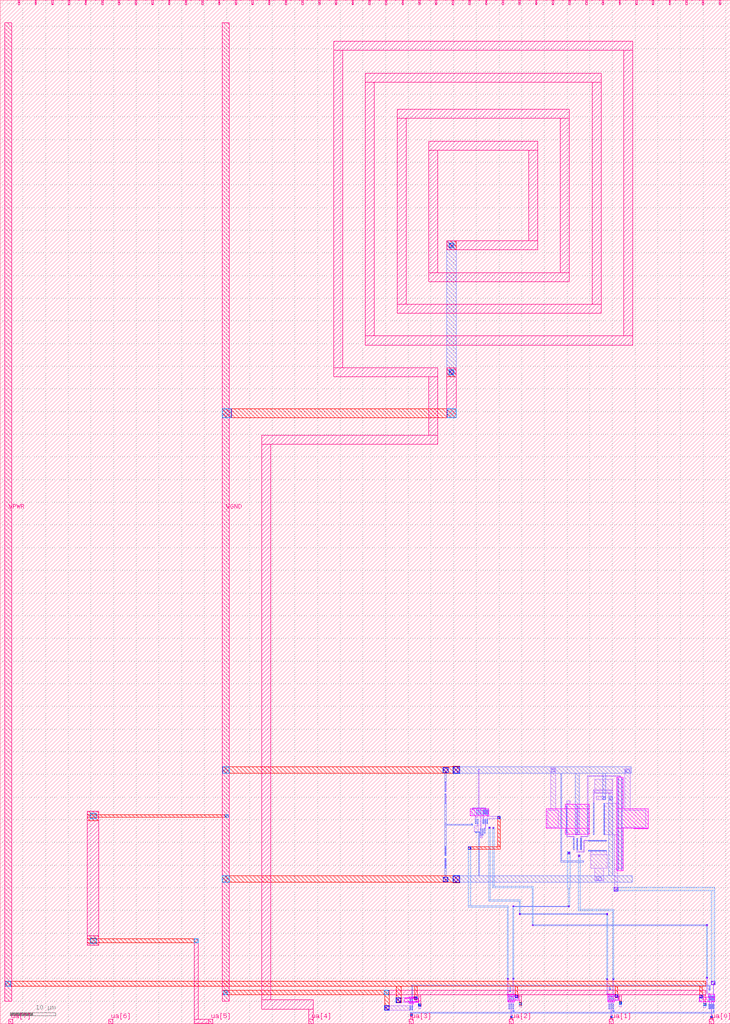
<source format=lef>
VERSION 5.7 ;
  NOWIREEXTENSIONATPIN ON ;
  DIVIDERCHAR "/" ;
  BUSBITCHARS "[]" ;
MACRO tt_um_analog_rf_readout_circuit
  CLASS BLOCK ;
  FOREIGN tt_um_analog_rf_readout_circuit ;
  ORIGIN 0.000 0.000 ;
  SIZE 161.000 BY 225.760 ;
  PIN clk
    DIRECTION INPUT ;
    USE SIGNAL ;
    PORT
      LAYER met4 ;
        RECT 154.870 224.760 155.170 225.760 ;
    END
  END clk
  PIN ena
    DIRECTION INPUT ;
    USE SIGNAL ;
    PORT
      LAYER met4 ;
        RECT 158.550 224.760 158.850 225.760 ;
    END
  END ena
  PIN rst_n
    DIRECTION INPUT ;
    USE SIGNAL ;
    PORT
      LAYER met4 ;
        RECT 151.190 224.760 151.490 225.760 ;
    END
  END rst_n
  PIN ua[0]
    DIRECTION INOUT ;
    USE SIGNAL ;
    ANTENNADIFFAREA 0.580000 ;
    PORT
      LAYER met4 ;
        RECT 156.410 0.000 157.310 1.000 ;
    END
  END ua[0]
  PIN ua[1]
    DIRECTION INOUT ;
    USE SIGNAL ;
    ANTENNADIFFAREA 0.580000 ;
    PORT
      LAYER met4 ;
        RECT 134.330 0.000 135.230 1.000 ;
    END
  END ua[1]
  PIN ua[2]
    DIRECTION INOUT ;
    USE SIGNAL ;
    ANTENNADIFFAREA 0.580000 ;
    PORT
      LAYER met4 ;
        RECT 112.250 0.000 113.150 1.000 ;
    END
  END ua[2]
  PIN ua[3]
    DIRECTION INOUT ;
    USE SIGNAL ;
    ANTENNAGATEAREA 1.200000 ;
    PORT
      LAYER met4 ;
        RECT 90.170 0.000 91.070 1.000 ;
    END
  END ua[3]
  PIN ua[4]
    DIRECTION INOUT ;
    USE SIGNAL ;
    ANTENNAGATEAREA 22.000000 ;
    ANTENNADIFFAREA 56.617199 ;
    PORT
      LAYER met4 ;
        RECT 68.090 0.000 68.990 1.000 ;
    END
  END ua[4]
  PIN ua[5]
    DIRECTION INOUT ;
    USE SIGNAL ;
    ANTENNAGATEAREA 22.000000 ;
    ANTENNADIFFAREA 56.617199 ;
    PORT
      LAYER met4 ;
        RECT 46.010 0.000 46.910 1.000 ;
    END
  END ua[5]
  PIN ua[6]
    DIRECTION INOUT ;
    USE SIGNAL ;
    PORT
      LAYER met4 ;
        RECT 23.930 0.000 24.830 1.000 ;
    END
  END ua[6]
  PIN ua[7]
    DIRECTION INOUT ;
    USE SIGNAL ;
    PORT
      LAYER met4 ;
        RECT 1.850 0.000 2.750 1.000 ;
    END
  END ua[7]
  PIN ui_in[0]
    DIRECTION INPUT ;
    USE SIGNAL ;
    PORT
      LAYER met4 ;
        RECT 147.510 224.760 147.810 225.760 ;
    END
  END ui_in[0]
  PIN ui_in[1]
    DIRECTION INPUT ;
    USE SIGNAL ;
    PORT
      LAYER met4 ;
        RECT 143.830 224.760 144.130 225.760 ;
    END
  END ui_in[1]
  PIN ui_in[2]
    DIRECTION INPUT ;
    USE SIGNAL ;
    PORT
      LAYER met4 ;
        RECT 140.150 224.760 140.450 225.760 ;
    END
  END ui_in[2]
  PIN ui_in[3]
    DIRECTION INPUT ;
    USE SIGNAL ;
    PORT
      LAYER met4 ;
        RECT 136.470 224.760 136.770 225.760 ;
    END
  END ui_in[3]
  PIN ui_in[4]
    DIRECTION INPUT ;
    USE SIGNAL ;
    PORT
      LAYER met4 ;
        RECT 132.790 224.760 133.090 225.760 ;
    END
  END ui_in[4]
  PIN ui_in[5]
    DIRECTION INPUT ;
    USE SIGNAL ;
    PORT
      LAYER met4 ;
        RECT 129.110 224.760 129.410 225.760 ;
    END
  END ui_in[5]
  PIN ui_in[6]
    DIRECTION INPUT ;
    USE SIGNAL ;
    PORT
      LAYER met4 ;
        RECT 125.430 224.760 125.730 225.760 ;
    END
  END ui_in[6]
  PIN ui_in[7]
    DIRECTION INPUT ;
    USE SIGNAL ;
    PORT
      LAYER met4 ;
        RECT 121.750 224.760 122.050 225.760 ;
    END
  END ui_in[7]
  PIN uio_in[0]
    DIRECTION INPUT ;
    USE SIGNAL ;
    PORT
      LAYER met4 ;
        RECT 118.070 224.760 118.370 225.760 ;
    END
  END uio_in[0]
  PIN uio_in[1]
    DIRECTION INPUT ;
    USE SIGNAL ;
    PORT
      LAYER met4 ;
        RECT 114.390 224.760 114.690 225.760 ;
    END
  END uio_in[1]
  PIN uio_in[2]
    DIRECTION INPUT ;
    USE SIGNAL ;
    PORT
      LAYER met4 ;
        RECT 110.710 224.760 111.010 225.760 ;
    END
  END uio_in[2]
  PIN uio_in[3]
    DIRECTION INPUT ;
    USE SIGNAL ;
    PORT
      LAYER met4 ;
        RECT 107.030 224.760 107.330 225.760 ;
    END
  END uio_in[3]
  PIN uio_in[4]
    DIRECTION INPUT ;
    USE SIGNAL ;
    PORT
      LAYER met4 ;
        RECT 103.350 224.760 103.650 225.760 ;
    END
  END uio_in[4]
  PIN uio_in[5]
    DIRECTION INPUT ;
    USE SIGNAL ;
    PORT
      LAYER met4 ;
        RECT 99.670 224.760 99.970 225.760 ;
    END
  END uio_in[5]
  PIN uio_in[6]
    DIRECTION INPUT ;
    USE SIGNAL ;
    PORT
      LAYER met4 ;
        RECT 95.990 224.760 96.290 225.760 ;
    END
  END uio_in[6]
  PIN uio_in[7]
    DIRECTION INPUT ;
    USE SIGNAL ;
    PORT
      LAYER met4 ;
        RECT 92.310 224.760 92.610 225.760 ;
    END
  END uio_in[7]
  PIN uio_oe[0]
    DIRECTION OUTPUT TRISTATE ;
    USE SIGNAL ;
    PORT
      LAYER met4 ;
        RECT 29.750 224.760 30.050 225.760 ;
    END
  END uio_oe[0]
  PIN uio_oe[1]
    DIRECTION OUTPUT TRISTATE ;
    USE SIGNAL ;
    PORT
      LAYER met4 ;
        RECT 26.070 224.760 26.370 225.760 ;
    END
  END uio_oe[1]
  PIN uio_oe[2]
    DIRECTION OUTPUT TRISTATE ;
    USE SIGNAL ;
    PORT
      LAYER met4 ;
        RECT 22.390 224.760 22.690 225.760 ;
    END
  END uio_oe[2]
  PIN uio_oe[3]
    DIRECTION OUTPUT TRISTATE ;
    USE SIGNAL ;
    PORT
      LAYER met4 ;
        RECT 18.710 224.760 19.010 225.760 ;
    END
  END uio_oe[3]
  PIN uio_oe[4]
    DIRECTION OUTPUT TRISTATE ;
    USE SIGNAL ;
    PORT
      LAYER met4 ;
        RECT 15.030 224.760 15.330 225.760 ;
    END
  END uio_oe[4]
  PIN uio_oe[5]
    DIRECTION OUTPUT TRISTATE ;
    USE SIGNAL ;
    PORT
      LAYER met4 ;
        RECT 11.350 224.760 11.650 225.760 ;
    END
  END uio_oe[5]
  PIN uio_oe[6]
    DIRECTION OUTPUT TRISTATE ;
    USE SIGNAL ;
    PORT
      LAYER met4 ;
        RECT 7.670 224.760 7.970 225.760 ;
    END
  END uio_oe[6]
  PIN uio_oe[7]
    DIRECTION OUTPUT TRISTATE ;
    USE SIGNAL ;
    PORT
      LAYER met4 ;
        RECT 3.990 224.760 4.290 225.760 ;
    END
  END uio_oe[7]
  PIN uio_out[0]
    DIRECTION OUTPUT TRISTATE ;
    USE SIGNAL ;
    PORT
      LAYER met4 ;
        RECT 59.190 224.760 59.490 225.760 ;
    END
  END uio_out[0]
  PIN uio_out[1]
    DIRECTION OUTPUT TRISTATE ;
    USE SIGNAL ;
    PORT
      LAYER met4 ;
        RECT 55.510 224.760 55.810 225.760 ;
    END
  END uio_out[1]
  PIN uio_out[2]
    DIRECTION OUTPUT TRISTATE ;
    USE SIGNAL ;
    PORT
      LAYER met4 ;
        RECT 51.830 224.760 52.130 225.760 ;
    END
  END uio_out[2]
  PIN uio_out[3]
    DIRECTION OUTPUT TRISTATE ;
    USE SIGNAL ;
    PORT
      LAYER met4 ;
        RECT 48.150 224.760 48.450 225.760 ;
    END
  END uio_out[3]
  PIN uio_out[4]
    DIRECTION OUTPUT TRISTATE ;
    USE SIGNAL ;
    PORT
      LAYER met4 ;
        RECT 44.470 224.760 44.770 225.760 ;
    END
  END uio_out[4]
  PIN uio_out[5]
    DIRECTION OUTPUT TRISTATE ;
    USE SIGNAL ;
    PORT
      LAYER met4 ;
        RECT 40.790 224.760 41.090 225.760 ;
    END
  END uio_out[5]
  PIN uio_out[6]
    DIRECTION OUTPUT TRISTATE ;
    USE SIGNAL ;
    PORT
      LAYER met4 ;
        RECT 37.110 224.760 37.410 225.760 ;
    END
  END uio_out[6]
  PIN uio_out[7]
    DIRECTION OUTPUT TRISTATE ;
    USE SIGNAL ;
    PORT
      LAYER met4 ;
        RECT 33.430 224.760 33.730 225.760 ;
    END
  END uio_out[7]
  PIN uo_out[0]
    DIRECTION OUTPUT TRISTATE ;
    USE SIGNAL ;
    PORT
      LAYER met4 ;
        RECT 88.630 224.760 88.930 225.760 ;
    END
  END uo_out[0]
  PIN uo_out[1]
    DIRECTION OUTPUT TRISTATE ;
    USE SIGNAL ;
    PORT
      LAYER met4 ;
        RECT 84.950 224.760 85.250 225.760 ;
    END
  END uo_out[1]
  PIN uo_out[2]
    DIRECTION OUTPUT TRISTATE ;
    USE SIGNAL ;
    PORT
      LAYER met4 ;
        RECT 81.270 224.760 81.570 225.760 ;
    END
  END uo_out[2]
  PIN uo_out[3]
    DIRECTION OUTPUT TRISTATE ;
    USE SIGNAL ;
    PORT
      LAYER met4 ;
        RECT 77.590 224.760 77.890 225.760 ;
    END
  END uo_out[3]
  PIN uo_out[4]
    DIRECTION OUTPUT TRISTATE ;
    USE SIGNAL ;
    PORT
      LAYER met4 ;
        RECT 73.910 224.760 74.210 225.760 ;
    END
  END uo_out[4]
  PIN uo_out[5]
    DIRECTION OUTPUT TRISTATE ;
    USE SIGNAL ;
    PORT
      LAYER met4 ;
        RECT 70.230 224.760 70.530 225.760 ;
    END
  END uo_out[5]
  PIN uo_out[6]
    DIRECTION OUTPUT TRISTATE ;
    USE SIGNAL ;
    PORT
      LAYER met4 ;
        RECT 66.550 224.760 66.850 225.760 ;
    END
  END uo_out[6]
  PIN uo_out[7]
    DIRECTION OUTPUT TRISTATE ;
    USE SIGNAL ;
    PORT
      LAYER met4 ;
        RECT 62.870 224.760 63.170 225.760 ;
    END
  END uo_out[7]
  PIN VPWR
    DIRECTION INOUT ;
    USE POWER ;
    PORT
      LAYER met4 ;
        RECT 1.000 5.000 2.500 220.760 ;
    END
  END VPWR
  PIN VGND
    DIRECTION INOUT ;
    USE GROUND ;
    PORT
      LAYER met4 ;
        RECT 49.000 5.000 50.500 220.760 ;
    END
  END VGND
  OBS
      LAYER nwell ;
        RECT 103.665 45.850 107.785 47.470 ;
        RECT 124.660 47.425 129.890 48.360 ;
        RECT 123.175 47.415 129.890 47.425 ;
        RECT 120.445 43.100 129.890 47.415 ;
        RECT 120.450 43.085 129.890 43.100 ;
        RECT 124.660 41.740 129.890 43.085 ;
        RECT 135.950 47.390 137.390 54.395 ;
        RECT 135.950 47.385 139.730 47.390 ;
        RECT 135.950 43.065 142.920 47.385 ;
        RECT 135.950 33.775 137.390 43.065 ;
        RECT 139.670 43.055 142.920 43.065 ;
        RECT 111.955 6.105 113.485 6.520 ;
        RECT 90.150 5.735 91.240 5.995 ;
        RECT 89.260 5.660 91.240 5.735 ;
        RECT 89.260 4.875 92.195 5.660 ;
        RECT 111.955 5.165 114.415 6.105 ;
        RECT 134.000 6.095 135.530 6.515 ;
        RECT 111.955 4.900 113.485 5.165 ;
        RECT 134.000 5.155 136.455 6.095 ;
        RECT 156.100 5.830 157.630 6.515 ;
        RECT 134.000 4.895 135.530 5.155 ;
        RECT 154.130 4.895 157.630 5.830 ;
        RECT 154.130 4.890 155.100 4.895 ;
        RECT 90.150 4.720 92.195 4.875 ;
        RECT 90.150 4.375 91.240 4.720 ;
      LAYER li1 ;
        RECT 121.435 56.235 122.505 56.440 ;
        RECT 98.005 51.200 98.355 53.360 ;
        RECT 98.005 48.540 98.355 50.700 ;
        RECT 105.435 47.650 105.605 56.155 ;
        RECT 104.150 47.480 107.105 47.650 ;
        RECT 104.150 47.240 104.320 47.480 ;
        RECT 103.945 46.080 104.645 47.240 ;
        RECT 105.035 45.880 105.205 47.180 ;
        RECT 105.475 46.140 105.645 47.480 ;
        RECT 105.915 46.320 106.085 47.180 ;
        RECT 104.795 45.520 105.295 45.880 ;
        RECT 104.795 44.100 104.965 45.520 ;
        RECT 105.235 44.350 105.405 45.140 ;
        RECT 103.960 43.730 104.130 44.060 ;
        RECT 105.225 43.640 105.405 44.350 ;
        RECT 104.505 42.330 105.405 43.640 ;
        RECT 105.895 43.000 106.095 46.320 ;
        RECT 106.495 45.880 106.665 47.180 ;
        RECT 106.935 46.140 107.105 47.480 ;
        RECT 106.415 45.520 106.755 45.880 ;
        RECT 107.375 45.840 107.555 47.180 ;
        RECT 121.425 47.115 122.505 56.235 ;
        RECT 129.480 54.575 136.855 54.745 ;
        RECT 124.950 49.135 125.665 49.160 ;
        RECT 124.900 48.595 125.665 49.135 ;
        RECT 107.365 45.745 107.555 45.840 ;
        RECT 109.720 45.745 110.320 45.780 ;
        RECT 106.485 44.970 106.665 45.520 ;
        RECT 107.365 45.210 110.320 45.745 ;
        RECT 106.485 44.120 106.655 44.970 ;
        RECT 106.925 43.260 107.095 45.160 ;
        RECT 107.365 45.010 107.555 45.210 ;
        RECT 109.720 45.180 110.320 45.210 ;
        RECT 107.365 44.120 107.535 45.010 ;
        RECT 106.785 43.080 107.095 43.260 ;
        RECT 107.800 43.095 107.970 43.425 ;
        RECT 120.735 43.355 123.095 47.115 ;
        RECT 108.585 43.130 108.915 43.300 ;
        RECT 104.770 42.170 105.060 42.330 ;
        RECT 105.905 42.010 106.075 43.000 ;
        RECT 105.885 41.400 106.075 42.010 ;
        RECT 106.345 41.830 106.515 43.010 ;
        RECT 106.785 41.970 106.955 43.080 ;
        RECT 106.315 41.570 106.575 41.830 ;
        RECT 105.885 41.060 106.285 41.400 ;
        RECT 124.900 41.370 125.070 48.595 ;
        RECT 127.190 42.030 127.360 48.070 ;
        RECT 129.480 41.370 129.650 54.575 ;
        RECT 136.495 54.310 136.855 54.575 ;
        RECT 134.795 53.870 135.120 53.875 ;
        RECT 131.170 51.555 135.120 53.870 ;
        RECT 130.800 51.385 135.120 51.555 ;
        RECT 130.800 41.640 130.970 51.385 ;
        RECT 131.170 50.900 135.120 51.385 ;
        RECT 131.170 50.885 135.115 50.900 ;
        RECT 131.405 49.380 133.545 50.220 ;
        RECT 134.255 49.255 135.115 50.885 ;
        RECT 133.090 48.670 133.260 48.680 ;
        RECT 136.190 48.670 136.360 54.105 ;
        RECT 133.085 41.635 136.360 48.670 ;
        RECT 124.900 41.200 126.585 41.370 ;
        RECT 98.010 37.010 98.360 39.170 ;
        RECT 126.415 38.345 126.585 41.200 ;
        RECT 127.995 41.200 129.650 41.370 ;
        RECT 127.205 38.360 127.375 40.885 ;
        RECT 127.200 37.995 127.375 38.360 ;
        RECT 127.995 38.345 128.165 41.200 ;
        RECT 128.655 40.320 133.715 40.490 ;
        RECT 128.655 40.315 129.695 40.320 ;
        RECT 128.655 37.995 128.830 40.315 ;
        RECT 129.675 38.045 133.715 38.200 ;
        RECT 129.675 38.030 133.720 38.045 ;
        RECT 125.200 37.430 125.590 37.825 ;
        RECT 127.200 37.820 128.830 37.995 ;
        RECT 130.205 37.280 133.720 38.030 ;
        RECT 130.205 37.270 133.890 37.280 ;
        RECT 127.540 37.115 127.790 37.155 ;
        RECT 127.500 36.945 127.830 37.115 ;
        RECT 127.540 36.905 127.790 36.945 ;
        RECT 98.010 34.350 98.360 36.510 ;
        RECT 128.470 35.915 128.640 35.955 ;
        RECT 128.435 35.670 128.680 35.915 ;
        RECT 128.470 35.625 128.640 35.670 ;
        RECT 130.210 34.295 133.890 37.270 ;
        RECT 130.210 34.270 133.125 34.295 ;
        RECT 131.080 31.500 133.125 34.270 ;
        RECT 135.415 34.065 136.360 41.635 ;
        RECT 136.980 47.080 137.150 54.105 ;
        RECT 137.750 47.080 138.920 56.265 ;
        RECT 139.955 47.080 142.315 47.085 ;
        RECT 136.980 43.325 142.315 47.080 ;
        RECT 136.980 34.065 137.150 43.325 ;
        RECT 135.415 30.125 136.195 34.065 ;
        RECT 135.355 29.215 136.260 30.125 ;
        RECT 111.870 6.505 112.040 10.020 ;
        RECT 112.285 7.110 112.615 7.280 ;
        RECT 111.870 6.335 112.365 6.505 ;
        RECT 90.390 5.685 90.560 5.705 ;
        RECT 87.310 4.690 90.560 5.685 ;
        RECT 90.390 4.665 90.560 4.690 ;
        RECT 90.390 4.000 90.560 4.035 ;
        RECT 84.775 3.005 90.560 4.000 ;
        RECT 90.390 2.995 90.560 3.005 ;
        RECT 90.830 2.995 91.000 5.705 ;
        RECT 91.415 4.910 91.915 5.885 ;
        RECT 92.295 3.320 92.725 4.350 ;
        RECT 112.195 3.240 112.365 6.335 ;
        RECT 90.430 1.680 90.970 2.200 ;
        RECT 112.635 1.700 112.805 6.230 ;
        RECT 113.075 3.240 113.245 10.005 ;
        RECT 133.775 6.655 133.945 9.920 ;
        RECT 134.265 7.460 134.595 7.630 ;
        RECT 133.775 6.485 134.410 6.655 ;
        RECT 113.635 5.735 114.140 6.280 ;
        RECT 113.635 5.355 114.135 5.735 ;
        RECT 114.515 3.765 114.945 4.620 ;
        RECT 134.240 3.235 134.410 6.485 ;
        RECT 113.135 2.980 113.305 3.000 ;
        RECT 113.075 2.690 113.365 2.980 ;
        RECT 113.135 2.670 113.305 2.690 ;
        RECT 112.460 1.220 112.970 1.700 ;
        RECT 134.680 1.695 134.850 6.225 ;
        RECT 135.120 3.235 135.290 9.930 ;
        RECT 155.790 6.695 155.960 10.265 ;
        RECT 156.870 8.665 157.590 9.385 ;
        RECT 156.285 7.440 156.615 7.610 ;
        RECT 155.790 6.525 156.510 6.695 ;
        RECT 135.675 5.345 136.175 6.320 ;
        RECT 154.320 5.080 154.820 6.245 ;
        RECT 136.555 3.755 136.985 4.835 ;
        RECT 155.200 3.950 155.635 4.450 ;
        RECT 155.200 3.570 155.630 3.950 ;
        RECT 156.340 3.235 156.510 6.525 ;
        RECT 135.180 2.930 135.350 2.950 ;
        RECT 135.120 2.640 135.410 2.930 ;
        RECT 135.180 2.620 135.350 2.640 ;
        RECT 156.780 1.695 156.950 6.225 ;
        RECT 157.220 3.235 157.390 8.665 ;
        RECT 157.280 2.930 157.450 2.950 ;
        RECT 157.220 2.640 157.510 2.930 ;
        RECT 157.280 2.620 157.450 2.640 ;
        RECT 134.505 1.215 135.015 1.695 ;
        RECT 156.605 1.215 157.115 1.695 ;
      LAYER mcon ;
        RECT 105.435 55.985 105.605 56.155 ;
        RECT 98.085 51.285 98.275 53.270 ;
        RECT 98.085 48.630 98.275 50.615 ;
        RECT 121.585 55.595 122.325 56.145 ;
        RECT 105.035 46.220 105.205 47.100 ;
        RECT 105.475 46.220 105.645 47.100 ;
        RECT 105.915 46.220 106.085 47.100 ;
        RECT 104.795 44.180 104.965 45.060 ;
        RECT 105.235 44.180 105.405 45.060 ;
        RECT 103.960 43.810 104.130 43.980 ;
        RECT 106.495 46.220 106.665 47.100 ;
        RECT 106.935 46.220 107.105 47.100 ;
        RECT 137.890 55.450 138.745 55.995 ;
        RECT 107.375 46.220 107.545 47.100 ;
        RECT 109.780 45.240 110.255 45.715 ;
        RECT 106.485 44.200 106.655 45.080 ;
        RECT 106.925 44.200 107.095 45.080 ;
        RECT 107.365 44.200 107.535 45.080 ;
        RECT 107.800 43.175 107.970 43.345 ;
        RECT 108.665 43.130 108.835 43.300 ;
        RECT 104.830 42.200 105.000 42.370 ;
        RECT 105.905 42.050 106.075 42.930 ;
        RECT 106.345 42.050 106.515 42.930 ;
        RECT 106.785 42.050 106.955 42.930 ;
        RECT 124.900 42.110 125.070 47.990 ;
        RECT 106.345 41.600 106.515 41.770 ;
        RECT 127.190 42.110 127.360 47.990 ;
        RECT 129.480 42.110 129.650 47.990 ;
        RECT 132.945 49.555 133.405 50.030 ;
        RECT 134.425 49.370 134.960 49.910 ;
        RECT 130.800 41.720 130.970 48.600 ;
        RECT 133.090 41.720 133.260 48.600 ;
        RECT 98.090 37.095 98.280 39.080 ;
        RECT 126.415 38.425 126.585 40.805 ;
        RECT 127.205 38.425 127.375 40.805 ;
        RECT 127.995 38.425 128.165 40.805 ;
        RECT 129.755 40.320 133.635 40.490 ;
        RECT 129.755 38.030 133.635 38.200 ;
        RECT 125.270 37.500 125.520 37.750 ;
        RECT 98.090 34.440 98.280 36.425 ;
        RECT 131.495 31.685 132.590 32.465 ;
        RECT 136.190 34.145 136.360 54.025 ;
        RECT 136.980 34.145 137.150 54.025 ;
        RECT 135.415 29.280 136.195 30.060 ;
        RECT 155.790 10.095 155.960 10.265 ;
        RECT 111.870 9.845 112.040 10.015 ;
        RECT 113.075 9.835 113.245 10.005 ;
        RECT 112.365 7.110 112.535 7.280 ;
        RECT 87.340 4.690 88.335 5.685 ;
        RECT 90.390 4.745 90.560 5.625 ;
        RECT 90.830 4.745 91.000 5.625 ;
        RECT 91.415 5.385 91.915 5.885 ;
        RECT 112.195 5.270 112.365 6.150 ;
        RECT 84.805 3.035 85.740 3.970 ;
        RECT 90.390 3.075 90.560 3.955 ;
        RECT 90.830 3.075 91.000 3.955 ;
        RECT 92.295 3.920 92.725 4.350 ;
        RECT 112.195 3.320 112.365 4.200 ;
        RECT 112.635 5.270 112.805 6.150 ;
        RECT 112.635 3.320 112.805 4.200 ;
        RECT 90.610 1.860 90.780 2.030 ;
        RECT 133.775 9.750 133.945 9.920 ;
        RECT 135.120 9.760 135.290 9.930 ;
        RECT 134.345 7.460 134.515 7.630 ;
        RECT 113.075 5.270 113.245 6.150 ;
        RECT 113.635 5.775 114.140 6.280 ;
        RECT 134.240 5.265 134.410 6.145 ;
        RECT 113.075 3.320 113.245 4.200 ;
        RECT 114.515 4.190 114.945 4.620 ;
        RECT 134.240 3.315 134.410 4.195 ;
        RECT 134.680 5.265 134.850 6.145 ;
        RECT 134.680 3.315 134.850 4.195 ;
        RECT 113.135 2.750 113.305 2.920 ;
        RECT 156.365 7.440 156.535 7.610 ;
        RECT 135.120 5.265 135.290 6.145 ;
        RECT 135.675 5.820 136.175 6.320 ;
        RECT 154.320 5.745 154.820 6.245 ;
        RECT 156.340 5.265 156.510 6.145 ;
        RECT 135.120 3.315 135.290 4.195 ;
        RECT 136.555 4.405 136.985 4.835 ;
        RECT 155.200 4.015 155.635 4.450 ;
        RECT 156.340 3.315 156.510 4.195 ;
        RECT 156.780 5.265 156.950 6.145 ;
        RECT 156.780 3.315 156.950 4.195 ;
        RECT 135.180 2.700 135.350 2.870 ;
        RECT 157.220 5.265 157.390 6.145 ;
        RECT 157.220 3.315 157.390 4.195 ;
        RECT 157.280 2.700 157.450 2.870 ;
        RECT 112.635 1.365 112.805 1.535 ;
        RECT 134.680 1.360 134.850 1.530 ;
        RECT 156.780 1.360 156.950 1.530 ;
      LAYER met1 ;
        RECT 98.525 142.685 100.525 172.685 ;
        RECT 99.805 56.725 101.390 56.775 ;
        RECT 98.005 56.670 98.355 56.675 ;
        RECT 97.680 56.555 98.795 56.670 ;
        RECT 97.640 55.315 98.845 56.555 ;
        RECT 98.005 53.360 98.355 55.315 ;
        RECT 99.805 55.245 139.210 56.725 ;
        RECT 99.805 55.240 121.115 55.245 ;
        RECT 99.805 55.190 101.390 55.240 ;
        RECT 98.055 51.225 98.305 53.360 ;
        RECT 98.055 48.625 98.305 50.675 ;
        RECT 98.010 43.980 98.360 48.625 ;
        RECT 105.005 46.160 105.235 47.160 ;
        RECT 105.445 46.160 105.675 47.160 ;
        RECT 105.885 46.160 106.115 47.160 ;
        RECT 106.465 46.160 106.695 47.160 ;
        RECT 106.905 46.160 107.135 47.160 ;
        RECT 107.345 46.160 107.575 47.160 ;
        RECT 109.720 45.180 110.320 45.780 ;
        RECT 104.765 44.120 104.995 45.120 ;
        RECT 105.205 44.120 105.435 45.120 ;
        RECT 106.455 44.140 106.685 45.140 ;
        RECT 106.895 44.140 107.125 45.140 ;
        RECT 107.335 44.140 107.565 45.140 ;
        RECT 103.875 43.980 104.210 44.065 ;
        RECT 98.010 43.810 104.210 43.980 ;
        RECT 98.010 39.170 98.360 43.810 ;
        RECT 103.875 43.730 104.210 43.810 ;
        RECT 107.720 43.100 108.055 43.430 ;
        RECT 108.585 43.050 108.920 43.380 ;
        RECT 104.770 42.370 105.060 42.400 ;
        RECT 104.770 42.200 105.720 42.370 ;
        RECT 104.770 42.170 105.060 42.200 ;
        RECT 105.515 41.770 105.720 42.200 ;
        RECT 105.875 41.990 106.105 42.990 ;
        RECT 106.315 41.990 106.545 42.990 ;
        RECT 106.755 41.990 106.985 42.990 ;
        RECT 106.315 41.770 106.575 41.830 ;
        RECT 105.515 41.600 106.575 41.770 ;
        RECT 98.060 37.035 98.310 39.170 ;
        RECT 98.060 34.350 98.310 36.485 ;
        RECT 98.010 32.350 98.360 34.350 ;
        RECT 99.810 32.650 101.395 32.710 ;
        RECT 105.515 32.650 105.685 41.600 ;
        RECT 106.315 41.570 106.575 41.600 ;
        RECT 123.620 35.915 123.865 55.245 ;
        RECT 124.870 42.050 125.100 48.050 ;
        RECT 126.860 41.705 127.675 55.245 ;
        RECT 132.865 49.380 133.585 55.245 ;
        RECT 129.450 42.050 129.680 48.050 ;
        RECT 130.770 41.660 131.000 48.660 ;
        RECT 133.060 41.660 133.290 48.660 ;
        RECT 126.385 38.365 126.615 40.865 ;
        RECT 127.175 38.365 127.405 40.865 ;
        RECT 127.965 38.365 128.195 40.865 ;
        RECT 129.695 40.290 133.695 40.520 ;
        RECT 129.695 38.000 133.695 38.230 ;
        RECT 125.200 37.430 125.590 37.825 ;
        RECT 127.465 36.845 127.870 37.235 ;
        RECT 128.405 35.915 128.710 35.975 ;
        RECT 123.620 35.670 128.710 35.915 ;
        RECT 128.405 35.610 128.710 35.670 ;
        RECT 131.495 32.650 132.815 32.680 ;
        RECT 134.255 32.650 135.110 50.130 ;
        RECT 136.160 34.085 136.390 54.085 ;
        RECT 136.950 34.085 137.180 54.085 ;
        RECT 97.660 31.230 98.800 32.350 ;
        RECT 99.810 31.170 139.345 32.650 ;
        RECT 99.810 31.165 124.195 31.170 ;
        RECT 99.810 31.115 101.395 31.165 ;
        RECT 135.355 29.215 136.260 30.125 ;
        RECT 113.000 25.965 113.320 26.010 ;
        RECT 125.255 25.965 125.515 26.040 ;
        RECT 113.000 25.795 125.515 25.965 ;
        RECT 113.000 25.750 113.320 25.795 ;
        RECT 125.255 25.720 125.515 25.795 ;
        RECT 114.440 24.295 114.720 24.380 ;
        RECT 133.700 24.295 134.020 24.340 ;
        RECT 114.440 24.125 134.020 24.295 ;
        RECT 114.440 24.040 114.720 24.125 ;
        RECT 133.700 24.080 134.020 24.125 ;
        RECT 117.325 21.825 117.585 21.900 ;
        RECT 155.745 21.825 156.005 21.900 ;
        RECT 117.325 21.655 156.005 21.825 ;
        RECT 117.325 21.580 117.585 21.655 ;
        RECT 155.745 21.580 156.005 21.655 ;
        RECT 155.760 10.310 155.990 10.325 ;
        RECT 111.795 9.770 112.115 10.090 ;
        RECT 113.000 9.760 113.320 10.080 ;
        RECT 155.715 10.050 156.035 10.310 ;
        RECT 155.760 10.035 155.990 10.050 ;
        RECT 133.700 9.675 134.020 9.995 ;
        RECT 135.045 9.685 135.365 10.005 ;
        RECT 156.810 8.635 157.650 9.415 ;
        RECT 90.800 8.245 156.535 8.475 ;
        RECT 87.265 4.615 88.430 5.765 ;
        RECT 90.360 4.685 90.590 5.685 ;
        RECT 90.800 4.685 91.030 8.245 ;
        RECT 112.365 7.360 112.535 8.245 ;
        RECT 134.345 7.710 134.515 8.245 ;
        RECT 134.265 7.380 134.595 7.710 ;
        RECT 156.365 7.690 156.535 8.245 ;
        RECT 156.285 7.360 156.615 7.690 ;
        RECT 112.285 7.030 112.615 7.360 ;
        RECT 91.355 5.325 91.980 5.960 ;
        RECT 112.165 5.210 112.395 6.210 ;
        RECT 112.605 5.210 112.835 6.210 ;
        RECT 113.045 5.210 113.275 6.210 ;
        RECT 113.560 5.700 114.215 6.360 ;
        RECT 134.210 5.205 134.440 6.205 ;
        RECT 134.650 5.205 134.880 6.205 ;
        RECT 135.090 5.205 135.320 6.205 ;
        RECT 135.600 5.745 136.250 6.395 ;
        RECT 154.245 5.670 154.895 6.320 ;
        RECT 156.310 5.205 156.540 6.205 ;
        RECT 156.750 5.205 156.980 6.205 ;
        RECT 157.190 5.205 157.420 6.205 ;
        RECT 84.745 2.975 85.805 4.035 ;
        RECT 90.360 3.015 90.590 4.015 ;
        RECT 90.800 3.015 91.030 4.015 ;
        RECT 92.220 3.840 92.800 4.435 ;
        RECT 112.165 3.260 112.395 4.260 ;
        RECT 112.605 3.260 112.835 4.260 ;
        RECT 113.045 3.260 113.275 4.260 ;
        RECT 114.440 4.115 115.020 4.705 ;
        RECT 136.470 4.320 137.070 4.920 ;
        RECT 134.210 3.255 134.440 4.255 ;
        RECT 134.650 3.255 134.880 4.255 ;
        RECT 135.090 3.255 135.320 4.255 ;
        RECT 155.110 3.930 155.720 4.535 ;
        RECT 156.310 3.255 156.540 4.255 ;
        RECT 156.750 3.255 156.980 4.255 ;
        RECT 157.190 3.255 157.420 4.255 ;
        RECT 113.075 2.575 113.365 2.980 ;
        RECT 135.120 2.575 135.410 2.930 ;
        RECT 157.220 2.575 157.510 2.930 ;
        RECT 90.430 2.285 157.510 2.575 ;
        RECT 90.430 1.680 90.970 2.285 ;
        RECT 112.460 1.220 112.970 1.700 ;
        RECT 134.505 1.215 135.015 1.695 ;
        RECT 156.605 1.215 157.115 1.695 ;
      LAYER via ;
        RECT 99.030 171.105 100.005 172.170 ;
        RECT 99.050 143.170 100.025 144.235 ;
        RECT 97.680 55.375 98.795 56.490 ;
        RECT 99.860 55.240 101.345 56.725 ;
        RECT 109.750 45.210 110.285 45.745 ;
        RECT 107.755 43.130 108.015 43.390 ;
        RECT 108.620 43.085 108.880 43.345 ;
        RECT 125.240 37.470 125.550 37.780 ;
        RECT 127.510 36.875 127.820 37.185 ;
        RECT 97.730 31.280 98.750 32.300 ;
        RECT 99.860 31.165 101.345 32.650 ;
        RECT 135.385 29.250 136.225 30.090 ;
        RECT 113.030 25.750 113.290 26.010 ;
        RECT 125.255 25.750 125.515 26.010 ;
        RECT 114.440 24.070 114.720 24.350 ;
        RECT 133.730 24.080 133.990 24.340 ;
        RECT 117.325 21.610 117.585 21.870 ;
        RECT 155.745 21.610 156.005 21.870 ;
        RECT 111.825 9.800 112.085 10.060 ;
        RECT 155.745 10.050 156.005 10.310 ;
        RECT 113.030 9.790 113.290 10.050 ;
        RECT 133.730 9.705 133.990 9.965 ;
        RECT 135.075 9.715 135.335 9.975 ;
        RECT 156.840 8.635 157.620 9.415 ;
        RECT 87.310 4.660 88.365 5.715 ;
        RECT 91.385 5.355 91.945 5.915 ;
        RECT 113.605 5.745 114.170 6.310 ;
        RECT 135.645 5.790 136.205 6.350 ;
        RECT 154.290 5.715 154.850 6.275 ;
        RECT 84.775 3.005 85.770 4.000 ;
        RECT 92.265 3.890 92.755 4.380 ;
        RECT 114.485 4.160 114.975 4.650 ;
        RECT 136.525 4.375 137.015 4.865 ;
        RECT 155.170 3.985 155.665 4.480 ;
        RECT 90.565 1.815 90.825 2.075 ;
        RECT 112.590 1.320 112.850 1.580 ;
        RECT 134.635 1.315 134.895 1.575 ;
        RECT 156.735 1.315 156.995 1.575 ;
      LAYER met2 ;
        RECT 98.525 170.685 100.525 172.685 ;
        RECT 98.525 142.685 100.525 144.685 ;
        RECT 97.640 55.315 98.845 56.555 ;
        RECT 99.805 55.190 101.390 56.775 ;
        RECT 109.720 45.180 110.320 45.780 ;
        RECT 103.190 38.430 103.830 39.055 ;
        RECT 97.660 31.230 98.800 32.350 ;
        RECT 99.810 31.115 101.395 32.710 ;
        RECT 103.230 26.020 103.765 38.430 ;
        RECT 107.720 27.300 108.055 43.430 ;
        RECT 108.590 30.325 108.915 43.380 ;
        RECT 108.590 29.970 117.540 30.325 ;
        RECT 107.720 27.020 114.720 27.300 ;
        RECT 103.230 25.745 112.045 26.020 ;
        RECT 111.870 10.090 112.040 25.745 ;
        RECT 113.030 25.720 113.290 26.040 ;
        RECT 111.795 9.770 112.115 10.090 ;
        RECT 113.075 10.080 113.245 25.720 ;
        RECT 114.440 24.350 114.720 27.020 ;
        RECT 114.410 24.070 114.750 24.350 ;
        RECT 117.295 21.870 117.540 29.970 ;
        RECT 125.090 29.835 125.700 37.930 ;
        RECT 125.225 25.720 125.550 29.835 ;
        RECT 127.465 25.255 127.870 37.235 ;
        RECT 135.355 30.060 136.260 30.125 ;
        RECT 135.355 29.280 157.620 30.060 ;
        RECT 135.355 29.215 136.260 29.280 ;
        RECT 127.465 24.895 135.345 25.255 ;
        RECT 127.465 24.890 127.830 24.895 ;
        RECT 133.730 24.050 133.990 24.370 ;
        RECT 117.295 21.610 117.615 21.870 ;
        RECT 113.000 9.760 113.320 10.080 ;
        RECT 133.775 9.995 133.945 24.050 ;
        RECT 135.065 10.005 135.345 24.895 ;
        RECT 155.715 21.610 156.035 21.870 ;
        RECT 155.790 10.340 155.960 21.610 ;
        RECT 155.745 10.020 156.005 10.340 ;
        RECT 133.700 9.675 134.020 9.995 ;
        RECT 135.045 9.685 135.365 10.005 ;
        RECT 156.840 8.605 157.620 29.280 ;
        RECT 87.265 4.615 88.430 5.765 ;
        RECT 91.355 5.325 91.980 5.960 ;
        RECT 113.560 5.700 114.215 6.360 ;
        RECT 135.600 5.745 136.250 6.395 ;
        RECT 154.245 5.670 154.895 6.320 ;
        RECT 84.745 2.975 85.805 4.035 ;
        RECT 92.220 3.840 92.800 4.435 ;
        RECT 114.440 4.115 115.020 4.705 ;
        RECT 136.470 4.320 137.070 4.920 ;
        RECT 155.110 3.930 155.720 4.535 ;
        RECT 90.430 1.680 90.970 2.200 ;
        RECT 112.460 1.220 112.970 1.700 ;
        RECT 134.505 1.215 135.015 1.695 ;
        RECT 156.605 1.215 157.115 1.695 ;
      LAYER via2 ;
        RECT 99.030 171.105 100.005 172.170 ;
        RECT 99.050 143.170 100.025 144.235 ;
        RECT 97.680 55.375 98.795 56.490 ;
        RECT 99.860 55.240 101.345 56.725 ;
        RECT 109.775 45.235 110.260 45.720 ;
        RECT 103.230 38.465 103.765 39.000 ;
        RECT 97.730 31.280 98.750 32.300 ;
        RECT 99.860 31.165 101.345 32.650 ;
        RECT 87.310 4.660 88.365 5.715 ;
        RECT 91.385 5.415 91.945 5.915 ;
        RECT 113.605 5.745 114.170 6.310 ;
        RECT 135.645 5.790 136.205 6.350 ;
        RECT 154.290 5.715 154.850 6.275 ;
        RECT 84.800 3.030 85.745 3.975 ;
        RECT 92.265 3.890 92.755 4.380 ;
        RECT 114.485 4.160 114.975 4.650 ;
        RECT 136.525 4.375 137.015 4.865 ;
        RECT 155.170 3.985 155.665 4.480 ;
        RECT 90.545 1.795 90.845 2.095 ;
        RECT 112.570 1.300 112.870 1.600 ;
        RECT 134.615 1.295 134.915 1.595 ;
        RECT 156.715 1.295 157.015 1.595 ;
      LAYER met3 ;
        RECT 98.525 170.685 100.525 172.685 ;
        RECT 98.525 142.685 100.525 144.685 ;
        RECT 48.970 135.650 100.525 135.655 ;
        RECT 48.970 133.660 100.550 135.650 ;
        RECT 48.970 133.655 100.525 133.660 ;
        RECT 99.835 56.725 101.370 56.750 ;
        RECT 49.005 55.240 101.370 56.725 ;
        RECT 99.835 55.215 101.370 55.240 ;
        RECT 19.220 46.145 21.760 46.815 ;
        RECT 19.220 45.505 50.265 46.145 ;
        RECT 19.220 44.765 21.760 45.505 ;
        RECT 103.205 39.000 103.790 39.025 ;
        RECT 109.750 39.000 110.285 45.745 ;
        RECT 103.205 38.465 110.285 39.000 ;
        RECT 103.205 38.440 103.790 38.465 ;
        RECT 99.835 32.650 101.370 32.675 ;
        RECT 48.970 31.165 101.370 32.650 ;
        RECT 99.835 31.140 101.370 31.165 ;
        RECT 19.220 18.715 21.770 19.365 ;
        RECT 19.220 18.710 43.660 18.715 ;
        RECT 19.220 17.820 43.685 18.710 ;
        RECT 19.220 17.815 43.660 17.820 ;
        RECT 19.220 17.305 21.770 17.815 ;
        RECT 1.000 8.230 155.640 9.350 ;
        RECT 49.000 6.360 85.770 7.355 ;
        RECT 84.775 3.005 85.770 6.360 ;
        RECT 87.310 5.740 88.430 8.230 ;
        RECT 91.415 5.960 91.915 8.230 ;
        RECT 113.635 6.335 114.140 8.230 ;
        RECT 135.675 6.375 136.175 8.230 ;
        RECT 87.285 4.690 88.430 5.740 ;
        RECT 91.355 5.325 91.980 5.960 ;
        RECT 113.580 5.720 114.195 6.335 ;
        RECT 135.620 5.765 136.230 6.375 ;
        RECT 154.320 6.300 154.820 8.230 ;
        RECT 154.265 5.690 154.875 6.300 ;
        RECT 87.285 4.635 88.390 4.690 ;
        RECT 92.220 3.840 92.800 4.435 ;
        RECT 114.460 4.135 115.000 4.705 ;
        RECT 136.470 4.320 137.070 4.920 ;
        RECT 155.110 3.930 155.720 4.535 ;
        RECT 90.430 1.680 90.970 2.200 ;
        RECT 112.460 1.220 112.970 1.700 ;
        RECT 134.505 1.215 135.015 1.695 ;
        RECT 156.605 1.215 157.115 1.695 ;
      LAYER via3 ;
        RECT 99.030 171.105 100.005 172.170 ;
        RECT 99.050 143.170 100.025 144.235 ;
        RECT 49.000 133.655 51.000 135.655 ;
        RECT 98.530 133.660 100.520 135.650 ;
        RECT 49.035 55.240 50.520 56.725 ;
        RECT 19.840 45.255 21.120 46.425 ;
        RECT 49.595 45.505 50.235 46.145 ;
        RECT 49.000 31.165 50.485 32.650 ;
        RECT 19.860 17.735 21.140 18.905 ;
        RECT 42.765 17.820 43.655 18.710 ;
        RECT 1.215 8.260 2.275 9.320 ;
        RECT 49.300 6.440 50.025 7.230 ;
        RECT 84.705 6.360 85.710 7.355 ;
        RECT 92.240 3.975 92.780 4.405 ;
        RECT 114.460 4.245 115.000 4.675 ;
        RECT 136.500 4.350 137.040 4.890 ;
        RECT 155.145 3.960 155.690 4.505 ;
        RECT 90.520 1.770 90.870 2.120 ;
        RECT 112.545 1.275 112.895 1.625 ;
        RECT 134.590 1.270 134.940 1.620 ;
        RECT 156.690 1.270 157.040 1.620 ;
      LAYER met4 ;
        RECT 73.525 214.685 139.525 216.685 ;
        RECT 73.525 144.685 75.525 214.685 ;
        RECT 80.525 207.685 132.525 209.685 ;
        RECT 80.525 151.685 82.525 207.685 ;
        RECT 87.525 199.685 125.525 201.685 ;
        RECT 87.525 158.685 89.525 199.685 ;
        RECT 94.525 192.685 118.525 194.685 ;
        RECT 94.525 165.685 96.525 192.685 ;
        RECT 100.525 172.685 100.945 172.690 ;
        RECT 116.525 172.685 118.525 192.685 ;
        RECT 98.525 170.685 118.525 172.685 ;
        RECT 123.525 165.685 125.525 199.685 ;
        RECT 94.525 163.685 125.525 165.685 ;
        RECT 130.525 158.685 132.525 207.685 ;
        RECT 87.525 156.685 132.525 158.685 ;
        RECT 137.515 151.685 139.525 214.685 ;
        RECT 80.525 149.685 139.525 151.685 ;
        RECT 73.525 142.685 96.525 144.685 ;
        RECT 48.995 133.650 49.000 135.660 ;
        RECT 50.500 133.650 51.005 135.660 ;
        RECT 94.525 129.775 96.525 142.685 ;
        RECT 98.525 133.655 100.525 144.685 ;
        RECT 57.690 127.775 96.525 129.775 ;
        RECT 50.500 55.235 50.525 56.730 ;
        RECT 19.220 19.365 21.760 46.815 ;
        RECT 48.995 31.160 49.000 32.655 ;
        RECT 19.220 17.305 21.770 19.365 ;
        RECT 42.760 1.000 43.660 18.715 ;
        RECT 57.690 5.250 59.690 127.775 ;
        RECT 84.700 7.355 85.715 7.360 ;
        RECT 84.700 6.360 155.635 7.355 ;
        RECT 84.700 6.355 85.715 6.360 ;
        RECT 57.690 3.250 68.990 5.250 ;
        RECT 92.295 4.435 92.725 6.360 ;
        RECT 114.515 4.680 114.945 6.360 ;
        RECT 136.555 4.895 136.985 6.360 ;
        RECT 92.220 3.840 92.800 4.435 ;
        RECT 114.455 4.240 115.005 4.680 ;
        RECT 136.495 4.345 137.045 4.895 ;
        RECT 155.200 4.510 155.635 6.360 ;
        RECT 155.140 3.955 155.695 4.510 ;
        RECT 68.090 1.000 68.990 3.250 ;
        RECT 90.430 1.680 90.970 2.200 ;
        RECT 90.545 1.000 90.845 1.680 ;
        RECT 112.460 1.000 112.970 1.700 ;
        RECT 134.505 1.000 135.015 1.695 ;
        RECT 156.605 1.000 157.115 1.695 ;
        RECT 42.760 0.100 46.010 1.000 ;
  END
END tt_um_analog_rf_readout_circuit
END LIBRARY


</source>
